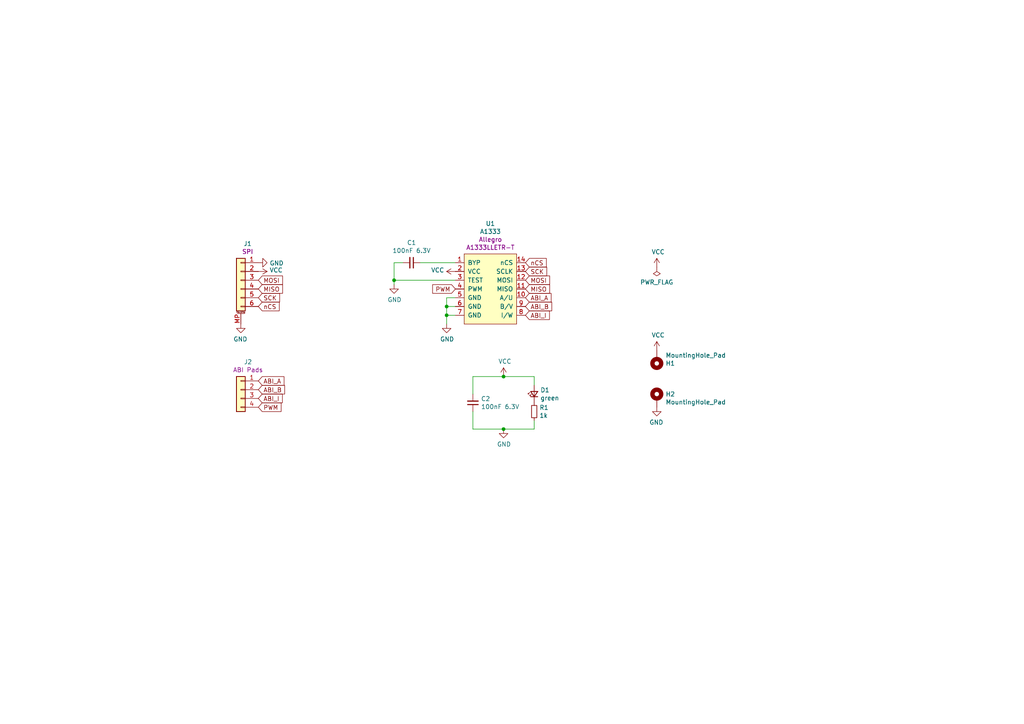
<source format=kicad_sch>
(kicad_sch (version 20211123) (generator eeschema)
  (paper "A4")
  (lib_symbols
    (symbol "Connector_Generic:Conn_01x04" (pin_names (offset 1.016) hide)
      (property "Reference" "J" (at 0 5.08 0))
      (property "Value" "Conn_01x04" (at 0 -7.62 0))
      (symbol "Conn_01x04_1_1"
        (rectangle (start -1.27 -4.953) (end 0 -5.207) (stroke (width 0.1524)))
        (rectangle (start -1.27 -2.413) (end 0 -2.667) (stroke (width 0.1524)))
        (rectangle (start -1.27 0.127) (end 0 -0.127) (stroke (width 0.1524)))
        (rectangle (start -1.27 2.667) (end 0 2.413) (stroke (width 0.1524)))
        (rectangle (start -1.27 3.81) (end 1.27 -6.35) (stroke (width 0.254)) (fill (type background)))
        (pin passive line (at -5.08 2.54 0) (length 3.81) (name "Pin_1") (number "1"))
        (pin passive line (at -5.08 0 0) (length 3.81) (name "Pin_2") (number "2"))
        (pin passive line (at -5.08 -2.54 0) (length 3.81) (name "Pin_3") (number "3"))
        (pin passive line (at -5.08 -5.08 0) (length 3.81) (name "Pin_4") (number "4"))
      )
    )
    (symbol "Connector_Generic_MountingPin:Conn_01x06_MountingPin" (pin_names (offset 1.016) hide)
      (property "Reference" "J" (at 0 7.62 0))
      (property "Value" "Conn_01x06_MountingPin" (at 1.27 -10.16 0))
      (symbol "Conn_01x06_MountingPin_1_1"
        (rectangle (start -1.27 -7.493) (end 0 -7.747) (stroke (width 0.1524)))
        (rectangle (start -1.27 -4.953) (end 0 -5.207) (stroke (width 0.1524)))
        (rectangle (start -1.27 -2.413) (end 0 -2.667) (stroke (width 0.1524)))
        (rectangle (start -1.27 0.127) (end 0 -0.127) (stroke (width 0.1524)))
        (rectangle (start -1.27 2.667) (end 0 2.413) (stroke (width 0.1524)))
        (rectangle (start -1.27 5.207) (end 0 4.953) (stroke (width 0.1524)))
        (rectangle (start -1.27 6.35) (end 1.27 -8.89) (stroke (width 0.254)) (fill (type background)))
        (polyline (pts (xy -1.016 -9.652) (xy 1.016 -9.652)) (stroke (width 0.1524)))
        (text "Mounting" (at 0 -9.271 0) (effects (font (size 0.381 0.381))))
        (pin passive line (at -5.08 5.08 0) (length 3.81) (name "Pin_1") (number "1"))
        (pin passive line (at -5.08 2.54 0) (length 3.81) (name "Pin_2") (number "2"))
        (pin passive line (at -5.08 0 0) (length 3.81) (name "Pin_3") (number "3"))
        (pin passive line (at -5.08 -2.54 0) (length 3.81) (name "Pin_4") (number "4"))
        (pin passive line (at -5.08 -5.08 0) (length 3.81) (name "Pin_5") (number "5"))
        (pin passive line (at -5.08 -7.62 0) (length 3.81) (name "Pin_6") (number "6"))
        (pin passive line (at 0 -12.7 90) (length 3.048) (name "MountPin") (number "MP"))
      )
    )
    (symbol "Device:C_Small" (pin_numbers hide) (pin_names (offset 0.254) hide)
      (property "Reference" "C" (at 0.254 1.778 0))
      (property "Value" "C_Small" (at 0.254 -2.032 0))
      (symbol "C_Small_0_1"
        (polyline (pts (xy -1.524 -0.508) (xy 1.524 -0.508)) (stroke (width 0.3302)))
        (polyline (pts (xy -1.524 0.508) (xy 1.524 0.508)) (stroke (width 0.3048)))
      )
      (symbol "C_Small_1_1"
        (pin passive line (at 0 2.54 270) (length 2.032) (name "~") (number "1"))
        (pin passive line (at 0 -2.54 90) (length 2.032) (name "~") (number "2"))
      )
    )
    (symbol "Device:LED_Small" (pin_numbers hide) (pin_names (offset 0.254) hide)
      (property "Reference" "D" (at -1.27 3.175 0))
      (property "Value" "LED_Small" (at -4.445 -2.54 0))
      (symbol "LED_Small_0_1"
        (polyline (pts (xy -0.762 -1.016) (xy -0.762 1.016)) (stroke (width 0.254)))
        (polyline (pts (xy 1.016 0) (xy -0.762 0)))
        (polyline (pts (xy 0.762 -1.016) (xy -0.762 0) (xy 0.762 1.016) (xy 0.762 -1.016)) (stroke (width 0.254)))
        (polyline (pts (xy 0 0.762) (xy -0.508 1.27) (xy -0.254 1.27) (xy -0.508 1.27) (xy -0.508 1.016)))
        (polyline (pts (xy 0.508 1.27) (xy 0 1.778) (xy 0.254 1.778) (xy 0 1.778) (xy 0 1.524)))
      )
      (symbol "LED_Small_1_1"
        (pin passive line (at -2.54 0 0) (length 1.778) (name "K") (number "1"))
        (pin passive line (at 2.54 0 180) (length 1.778) (name "A") (number "2"))
      )
    )
    (symbol "Device:R_Small" (pin_numbers hide) (pin_names (offset 0.254) hide)
      (property "Reference" "R" (at 0.762 0.508 0))
      (property "Value" "R_Small" (at 0.762 -1.016 0))
      (symbol "R_Small_0_1"
        (rectangle (start -0.762 1.778) (end 0.762 -1.778) (stroke (width 0.2032)))
      )
      (symbol "R_Small_1_1"
        (pin passive line (at 0 2.54 270) (length 0.762) (name "~") (number "1"))
        (pin passive line (at 0 -2.54 90) (length 0.762) (name "~") (number "2"))
      )
    )
    (symbol "Mechanical:MountingHole_Pad" (pin_numbers hide) (pin_names (offset 1.016) hide)
      (property "Reference" "H" (at 0 6.35 0))
      (property "Value" "MountingHole_Pad" (at 0 4.445 0))
      (symbol "MountingHole_Pad_0_1"
        (circle (center 0 1.27) (radius 1.27) (stroke (width 1.27)))
      )
      (symbol "MountingHole_Pad_1_1"
        (pin input line (at 0 -2.54 90) (length 2.54) (name "1") (number "1"))
      )
    )
    (symbol "power:GND" (power) (pin_names (offset 0))
      (property "Value" "GND" (at 0 -3.81 0))
      (symbol "GND_0_1"
        (polyline (pts (xy 0 0) (xy 0 -1.27) (xy 1.27 -1.27) (xy 0 -2.54) (xy -1.27 -1.27) (xy 0 -1.27)))
      )
      (symbol "GND_1_1"
        (pin power_in line (at 0 0 270) (length 0) hide (name "GND") (number "1"))
      )
    )
    (symbol "power:PWR_FLAG" (power) (pin_numbers hide) (pin_names (offset 0) hide)
      (property "Value" "PWR_FLAG" (at 0 3.81 0))
      (symbol "PWR_FLAG_0_0"
        (pin power_out line (at 0 0 90) (length 0) (name "pwr") (number "1"))
      )
      (symbol "PWR_FLAG_0_1"
        (polyline (pts (xy 0 0) (xy 0 1.27) (xy -1.016 1.905) (xy 0 2.54) (xy 1.016 1.905) (xy 0 1.27)))
      )
    )
    (symbol "power:VCC" (power) (pin_names (offset 0))
      (property "Value" "VCC" (at 0 3.81 0))
      (symbol "VCC_0_1"
        (polyline (pts (xy -0.762 1.27) (xy 0 2.54)))
        (polyline (pts (xy 0 0) (xy 0 2.54)))
        (polyline (pts (xy 0 2.54) (xy 0.762 1.27)))
      )
      (symbol "VCC_1_1"
        (pin power_in line (at 0 0 90) (length 0) hide (name "VCC") (number "1"))
      )
    )
    (symbol "runger:A1333" (pin_names (offset 1.016))
      (property "Reference" "U" (at 0 0 0))
      (property "Value" "A1333" (at 0 11.43 0))
      (property "Manu" "Allegro" (at 0 0 0))
      (property "Part" "A1333LLETR-T" (at 0 0 0))
      (symbol "A1333_0_0"
        (pin output line (at 10.16 -2.54 180) (length 2.54) (name "A/U") (number "10"))
        (pin output line (at 10.16 0 180) (length 2.54) (name "MISO") (number "11"))
        (pin input line (at 10.16 2.54 180) (length 2.54) (name "MOSI") (number "12"))
        (pin input line (at 10.16 5.08 180) (length 2.54) (name "SCLK") (number "13"))
        (pin output line (at 10.16 7.62 180) (length 2.54) (name "nCS") (number "14"))
        (pin power_in line (at -10.16 5.08 0) (length 2.54) (name "VCC") (number "2"))
        (pin output line (at -10.16 2.54 0) (length 2.54) (name "TEST") (number "3"))
        (pin output line (at -10.16 0 0) (length 2.54) (name "PWM") (number "4"))
        (pin power_in line (at -10.16 -2.54 0) (length 2.54) (name "GND") (number "5"))
        (pin power_in line (at -10.16 -5.08 0) (length 2.54) (name "GND") (number "6"))
        (pin power_in line (at -10.16 -7.62 0) (length 2.54) (name "GND") (number "7"))
        (pin output line (at 10.16 -7.62 180) (length 2.54) (name "I/W") (number "8"))
        (pin output line (at 10.16 -5.08 180) (length 2.54) (name "B/V") (number "9"))
      )
      (symbol "A1333_0_1"
        (rectangle (start -7.62 10.16) (end 7.62 -10.16) (fill (type background)))
      )
      (symbol "A1333_1_1"
        (pin input line (at -10.16 7.62 0) (length 2.54) (name "BYP") (number "1"))
      )
    )
  )
  (junction (at 129.54 91.44))
  (junction (at 129.54 88.9))
  (junction (at 146.05 124.46))
  (junction (at 114.3 81.28))
  (junction (at 146.05 109.22))
  (wire (pts (xy 146.05 109.22) (xy 154.94 109.22)))
  (wire (pts (xy 154.94 109.22) (xy 154.94 111.76)))
  (wire (pts (xy 129.54 91.44) (xy 129.54 93.98)))
  (wire (pts (xy 154.94 124.46) (xy 146.05 124.46)))
  (wire (pts (xy 132.08 81.28) (xy 114.3 81.28)))
  (wire (pts (xy 132.08 88.9) (xy 129.54 88.9)))
  (wire (pts (xy 137.16 124.46) (xy 137.16 119.38)))
  (wire (pts (xy 132.08 86.36) (xy 129.54 86.36)))
  (wire (pts (xy 154.94 121.92) (xy 154.94 124.46)))
  (wire (pts (xy 129.54 88.9) (xy 129.54 91.44)))
  (wire (pts (xy 137.16 109.22) (xy 146.05 109.22)))
  (wire (pts (xy 114.3 82.55) (xy 114.3 81.28)))
  (wire (pts (xy 129.54 86.36) (xy 129.54 88.9)))
  (wire (pts (xy 137.16 109.22) (xy 137.16 114.3)))
  (wire (pts (xy 114.3 76.2) (xy 116.84 76.2)))
  (wire (pts (xy 114.3 76.2) (xy 114.3 81.28)))
  (wire (pts (xy 146.05 124.46) (xy 137.16 124.46)))
  (wire (pts (xy 121.92 76.2) (xy 132.08 76.2)))
  (wire (pts (xy 132.08 91.44) (xy 129.54 91.44)))
  (global_label "PWM" (shape input) (at 132.08 83.82 180) (property "Intersheet References" "${INTERSHEET_REFS}" (effects hide)))
  (global_label "ABI_A" (shape input) (at 74.93 110.49 0) (property "Intersheet References" "${INTERSHEET_REFS}" (effects hide)))
  (global_label "ABI_I" (shape input) (at 74.93 115.57 0) (property "Intersheet References" "${INTERSHEET_REFS}" (effects hide)))
  (global_label "MOSI" (shape input) (at 152.4 81.28 0) (property "Intersheet References" "${INTERSHEET_REFS}" (effects hide)))
  (global_label "MISO" (shape input) (at 152.4 83.82 0) (property "Intersheet References" "${INTERSHEET_REFS}" (effects hide)))
  (global_label "ABI_I" (shape input) (at 152.4 91.44 0) (property "Intersheet References" "${INTERSHEET_REFS}" (effects hide)))
  (global_label "MOSI" (shape input) (at 74.93 81.28 0) (property "Intersheet References" "${INTERSHEET_REFS}" (effects hide)))
  (global_label "ABI_B" (shape input) (at 74.93 113.03 0) (property "Intersheet References" "${INTERSHEET_REFS}" (effects hide)))
  (global_label "nCS" (shape input) (at 152.4 76.2 0) (property "Intersheet References" "${INTERSHEET_REFS}" (effects hide)))
  (global_label "SCK" (shape input) (at 152.4 78.74 0) (property "Intersheet References" "${INTERSHEET_REFS}" (effects hide)))
  (global_label "ABI_A" (shape input) (at 152.4 86.36 0) (property "Intersheet References" "${INTERSHEET_REFS}" (effects hide)))
  (global_label "PWM" (shape input) (at 74.93 118.11 0) (property "Intersheet References" "${INTERSHEET_REFS}" (effects hide)))
  (global_label "MISO" (shape input) (at 74.93 83.82 0) (property "Intersheet References" "${INTERSHEET_REFS}" (effects hide)))
  (global_label "SCK" (shape input) (at 74.93 86.36 0) (property "Intersheet References" "${INTERSHEET_REFS}" (effects hide)))
  (global_label "nCS" (shape input) (at 74.93 88.9 0) (property "Intersheet References" "${INTERSHEET_REFS}" (effects hide)))
  (global_label "ABI_B" (shape input) (at 152.4 88.9 0) (property "Intersheet References" "${INTERSHEET_REFS}" (effects hide)))
  (symbol (lib_id "runger:A1333") (at 142.24 83.82 0) (unit 1)
    (property "Reference" "U1" (at 142.24 64.8462 0))
    (property "Value" "A1333" (at 142.24 67.1576 0))
    (property "Footprint" "Package_SO:TSSOP-14_4.4x5mm_P0.65mm" (effects hide))
    (property "Manu" "Allegro" (at 142.24 69.469 0))
    (property "Part" "A1333LLETR-T" (at 142.24 71.7804 0))
  )
  (symbol (lib_id "Device:C_Small") (at 119.38 76.2 270) (unit 1)
    (property "Reference" "C1" (at 119.38 70.3834 90))
    (property "Value" "100nF 6.3V" (at 119.38 72.6948 90))
    (property "Footprint" "Capacitor_SMD:C_0402_1005Metric" (effects hide))
    (property "Part" "Generic" (effects hide))
    (property "Manu" "Generic" (effects hide))
  )
  (symbol (lib_id "power:VCC") (at 74.93 78.74 270) (mirror x) (unit 1)
    (property "Reference" "#PWR03" (effects hide))
    (property "Value" "VCC" (at 78.1558 78.359 90) (effects (justify left)))
  )
  (symbol (lib_id "power:GND") (at 129.54 93.98 0) (unit 1)
    (property "Reference" "#PWR05" (effects hide))
    (property "Value" "GND" (at 129.667 98.3742 0))
  )
  (symbol (lib_id "power:VCC") (at 132.08 78.74 90) (unit 1)
    (property "Reference" "#PWR06" (effects hide))
    (property "Value" "VCC" (at 128.8542 78.359 90) (effects (justify left)))
  )
  (symbol (lib_id "power:GND") (at 114.3 82.55 0) (unit 1)
    (property "Reference" "#PWR04" (effects hide))
    (property "Value" "GND" (at 114.427 86.9442 0))
  )
  (symbol (lib_id "Connector_Generic_MountingPin:Conn_01x06_MountingPin") (at 69.85 81.28 0) (mirror y) (unit 1)
    (property "Reference" "J1" (at 71.8312 70.6882 0))
    (property "Value" "Conn_01x06_MountingPin" (effects hide))
    (property "Footprint" "Connector_JST:JST_SH_SM06B-SRSS-TB_1x06-1MP_P1.00mm_Horizontal" (effects hide))
    (property "Port" "SPI" (at 71.8312 72.9996 0))
    (property "Manu" "JST" (effects hide))
    (property "Part" "SH_SM06B-SRSS-TB_1x06-1MP_P1.00mm_Horizontal" (effects hide))
  )
  (symbol (lib_id "power:GND") (at 69.85 93.98 0) (mirror y) (unit 1)
    (property "Reference" "#PWR01" (effects hide))
    (property "Value" "GND" (at 69.723 98.3742 0))
  )
  (symbol (lib_id "power:GND") (at 74.93 76.2 90) (mirror x) (unit 1)
    (property "Reference" "#PWR02" (effects hide))
    (property "Value" "GND" (at 78.1812 76.327 90) (effects (justify right)))
  )
  (symbol (lib_id "power:VCC") (at 190.5 101.6 0) (unit 1)
    (property "Reference" "#PWR07" (effects hide))
    (property "Value" "VCC" (at 190.881 97.2058 0))
  )
  (symbol (lib_id "power:GND") (at 190.5 118.11 0) (mirror y) (unit 1)
    (property "Reference" "#PWR08" (effects hide))
    (property "Value" "GND" (at 190.373 122.5042 0))
  )
  (symbol (lib_id "Mechanical:MountingHole_Pad") (at 190.5 115.57 0) (unit 1)
    (property "Reference" "H2" (at 193.04 114.3254 0) (effects (justify left)))
    (property "Value" "MountingHole_Pad" (at 193.04 116.6368 0) (effects (justify left)))
    (property "Footprint" "MountingHole:MountingHole_2.2mm_M2_ISO7380_Pad" (effects hide))
  )
  (symbol (lib_id "Mechanical:MountingHole_Pad") (at 190.5 104.14 0) (mirror x) (unit 1)
    (property "Reference" "H1" (at 193.04 105.3846 0) (effects (justify left)))
    (property "Value" "MountingHole_Pad" (at 193.04 103.0732 0) (effects (justify left)))
    (property "Footprint" "MountingHole:MountingHole_2.2mm_M2_ISO7380_Pad" (effects hide))
  )
  (symbol (lib_id "Connector_Generic:Conn_01x04") (at 69.85 113.03 0) (mirror y) (unit 1)
    (property "Reference" "J2" (at 71.9328 104.9782 0))
    (property "Value" "Castellations_ABI" (effects hide))
    (property "Footprint" "Connector_PinHeader_2.54mm:PinHeader_1x04_P2.54mm_Vertical" (effects hide))
    (property "Port" "ABI Pads" (at 71.9328 107.2896 0))
  )
  (symbol (lib_id "power:VCC") (at 190.5 77.47 0) (unit 1)
    (property "Reference" "#PWR0101" (effects hide))
    (property "Value" "VCC" (at 190.881 73.0758 0))
  )
  (symbol (lib_id "power:PWR_FLAG") (at 190.5 77.47 180) (unit 1)
    (property "Reference" "#FLG0101" (effects hide))
    (property "Value" "PWR_FLAG" (at 190.5 81.8642 0))
  )
  (symbol (lib_id "Device:C_Small") (at 137.16 116.84 180) (unit 1)
    (property "Reference" "C2" (at 139.4968 115.6716 0) (effects (justify right)))
    (property "Value" "100nF 6.3V" (at 139.4968 117.983 0) (effects (justify right)))
    (property "Footprint" "Capacitor_SMD:C_0402_1005Metric" (effects hide))
    (property "Part" "Generic" (effects hide))
    (property "Manu" "Generic" (effects hide))
  )
  (symbol (lib_id "power:VCC") (at 146.05 109.22 0) (unit 1)
    (property "Reference" "#PWR09" (effects hide))
    (property "Value" "VCC" (at 146.431 104.8258 0))
  )
  (symbol (lib_id "power:GND") (at 146.05 124.46 0) (unit 1)
    (property "Reference" "#PWR010" (effects hide))
    (property "Value" "GND" (at 146.177 128.8542 0))
  )
  (symbol (lib_id "Device:R_Small") (at 154.94 119.38 0) (unit 1)
    (property "Reference" "R1" (at 156.4386 118.2116 0) (effects (justify left)))
    (property "Value" "1k" (at 156.4386 120.523 0) (effects (justify left)))
    (property "Footprint" "Resistor_SMD:R_0402_1005Metric" (effects hide))
    (property "Part" "Generic 1k Resistor" (effects hide))
    (property "Manu" "Generic" (effects hide))
  )
  (symbol (lib_id "Device:LED_Small") (at 154.94 114.3 90) (unit 1)
    (property "Reference" "D1" (at 156.718 113.1316 90) (effects (justify right)))
    (property "Value" "green" (at 156.718 115.443 90) (effects (justify right)))
    (property "Footprint" "LED_SMD:LED_0402_1005Metric" (effects hide))
    (property "Manu" "Wurth" (effects hide))
    (property "Part" "150040VS73240" (effects hide))
  )
)
</source>
